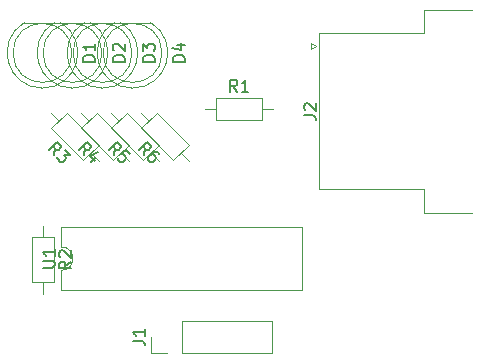
<source format=gbr>
%TF.GenerationSoftware,KiCad,Pcbnew,7.0.5*%
%TF.CreationDate,2024-09-27T00:58:09-04:00*%
%TF.ProjectId,74ls195_for_cnc,37346c73-3139-4355-9f66-6f725f636e63,rev?*%
%TF.SameCoordinates,Original*%
%TF.FileFunction,Legend,Top*%
%TF.FilePolarity,Positive*%
%FSLAX46Y46*%
G04 Gerber Fmt 4.6, Leading zero omitted, Abs format (unit mm)*
G04 Created by KiCad (PCBNEW 7.0.5) date 2024-09-27 00:58:09*
%MOMM*%
%LPD*%
G01*
G04 APERTURE LIST*
%ADD10C,0.150000*%
%ADD11C,0.120000*%
G04 APERTURE END LIST*
D10*
%TO.C,J1*%
X17220709Y11081963D02*
X17934994Y11081963D01*
X17934994Y11081963D02*
X18077851Y11034344D01*
X18077851Y11034344D02*
X18173090Y10939106D01*
X18173090Y10939106D02*
X18220709Y10796249D01*
X18220709Y10796249D02*
X18220709Y10701011D01*
X18220709Y12081963D02*
X18220709Y11510535D01*
X18220709Y11796249D02*
X17220709Y11796249D01*
X17220709Y11796249D02*
X17363566Y11701011D01*
X17363566Y11701011D02*
X17458804Y11605773D01*
X17458804Y11605773D02*
X17506423Y11510535D01*
%TO.C,J2*%
X31720709Y30187183D02*
X32434994Y30187183D01*
X32434994Y30187183D02*
X32577851Y30139564D01*
X32577851Y30139564D02*
X32673090Y30044326D01*
X32673090Y30044326D02*
X32720709Y29901469D01*
X32720709Y29901469D02*
X32720709Y29806231D01*
X31815947Y30615755D02*
X31768328Y30663374D01*
X31768328Y30663374D02*
X31720709Y30758612D01*
X31720709Y30758612D02*
X31720709Y30996707D01*
X31720709Y30996707D02*
X31768328Y31091945D01*
X31768328Y31091945D02*
X31815947Y31139564D01*
X31815947Y31139564D02*
X31911185Y31187183D01*
X31911185Y31187183D02*
X32006423Y31187183D01*
X32006423Y31187183D02*
X32149280Y31139564D01*
X32149280Y31139564D02*
X32720709Y30568136D01*
X32720709Y30568136D02*
X32720709Y31187183D01*
%TO.C,D1*%
X13993118Y34732636D02*
X12993118Y34732636D01*
X12993118Y34732636D02*
X12993118Y34970731D01*
X12993118Y34970731D02*
X13040737Y35113588D01*
X13040737Y35113588D02*
X13135975Y35208826D01*
X13135975Y35208826D02*
X13231213Y35256445D01*
X13231213Y35256445D02*
X13421689Y35304064D01*
X13421689Y35304064D02*
X13564546Y35304064D01*
X13564546Y35304064D02*
X13755022Y35256445D01*
X13755022Y35256445D02*
X13850260Y35208826D01*
X13850260Y35208826D02*
X13945499Y35113588D01*
X13945499Y35113588D02*
X13993118Y34970731D01*
X13993118Y34970731D02*
X13993118Y34732636D01*
X13993118Y36256445D02*
X13993118Y35685017D01*
X13993118Y35970731D02*
X12993118Y35970731D01*
X12993118Y35970731D02*
X13135975Y35875493D01*
X13135975Y35875493D02*
X13231213Y35780255D01*
X13231213Y35780255D02*
X13278832Y35685017D01*
%TO.C,U1*%
X9600709Y17288612D02*
X10410232Y17288612D01*
X10410232Y17288612D02*
X10505470Y17336231D01*
X10505470Y17336231D02*
X10553090Y17383850D01*
X10553090Y17383850D02*
X10600709Y17479088D01*
X10600709Y17479088D02*
X10600709Y17669564D01*
X10600709Y17669564D02*
X10553090Y17764802D01*
X10553090Y17764802D02*
X10505470Y17812421D01*
X10505470Y17812421D02*
X10410232Y17860040D01*
X10410232Y17860040D02*
X9600709Y17860040D01*
X10600709Y18860040D02*
X10600709Y18288612D01*
X10600709Y18574326D02*
X9600709Y18574326D01*
X9600709Y18574326D02*
X9743566Y18479088D01*
X9743566Y18479088D02*
X9838804Y18383850D01*
X9838804Y18383850D02*
X9886423Y18288612D01*
%TO.C,R6*%
X18144711Y26803194D02*
X18245726Y27375613D01*
X17740650Y27207255D02*
X18447757Y27914361D01*
X18447757Y27914361D02*
X18717131Y27644987D01*
X18717131Y27644987D02*
X18750803Y27543972D01*
X18750803Y27543972D02*
X18750803Y27476629D01*
X18750803Y27476629D02*
X18717131Y27375613D01*
X18717131Y27375613D02*
X18616116Y27274598D01*
X18616116Y27274598D02*
X18515100Y27240926D01*
X18515100Y27240926D02*
X18447757Y27240926D01*
X18447757Y27240926D02*
X18346742Y27274598D01*
X18346742Y27274598D02*
X18077368Y27543972D01*
X19457909Y26904209D02*
X19323222Y27038896D01*
X19323222Y27038896D02*
X19222207Y27072568D01*
X19222207Y27072568D02*
X19154864Y27072568D01*
X19154864Y27072568D02*
X18986505Y27038896D01*
X18986505Y27038896D02*
X18818146Y26937881D01*
X18818146Y26937881D02*
X18548772Y26668507D01*
X18548772Y26668507D02*
X18515100Y26567491D01*
X18515100Y26567491D02*
X18515100Y26500148D01*
X18515100Y26500148D02*
X18548772Y26399133D01*
X18548772Y26399133D02*
X18683459Y26264446D01*
X18683459Y26264446D02*
X18784474Y26230774D01*
X18784474Y26230774D02*
X18851818Y26230774D01*
X18851818Y26230774D02*
X18952833Y26264446D01*
X18952833Y26264446D02*
X19121192Y26432804D01*
X19121192Y26432804D02*
X19154864Y26533820D01*
X19154864Y26533820D02*
X19154864Y26601163D01*
X19154864Y26601163D02*
X19121192Y26702178D01*
X19121192Y26702178D02*
X18986505Y26836865D01*
X18986505Y26836865D02*
X18885490Y26870537D01*
X18885490Y26870537D02*
X18818146Y26870537D01*
X18818146Y26870537D02*
X18717131Y26836865D01*
%TO.C,R5*%
X15604711Y26803194D02*
X15705726Y27375613D01*
X15200650Y27207255D02*
X15907757Y27914361D01*
X15907757Y27914361D02*
X16177131Y27644987D01*
X16177131Y27644987D02*
X16210803Y27543972D01*
X16210803Y27543972D02*
X16210803Y27476629D01*
X16210803Y27476629D02*
X16177131Y27375613D01*
X16177131Y27375613D02*
X16076116Y27274598D01*
X16076116Y27274598D02*
X15975100Y27240926D01*
X15975100Y27240926D02*
X15907757Y27240926D01*
X15907757Y27240926D02*
X15806742Y27274598D01*
X15806742Y27274598D02*
X15537368Y27543972D01*
X16951581Y26870537D02*
X16614864Y27207255D01*
X16614864Y27207255D02*
X16244474Y26904209D01*
X16244474Y26904209D02*
X16311818Y26904209D01*
X16311818Y26904209D02*
X16412833Y26870537D01*
X16412833Y26870537D02*
X16581192Y26702178D01*
X16581192Y26702178D02*
X16614864Y26601163D01*
X16614864Y26601163D02*
X16614864Y26533820D01*
X16614864Y26533820D02*
X16581192Y26432804D01*
X16581192Y26432804D02*
X16412833Y26264446D01*
X16412833Y26264446D02*
X16311818Y26230774D01*
X16311818Y26230774D02*
X16244474Y26230774D01*
X16244474Y26230774D02*
X16143459Y26264446D01*
X16143459Y26264446D02*
X15975100Y26432804D01*
X15975100Y26432804D02*
X15941429Y26533820D01*
X15941429Y26533820D02*
X15941429Y26601163D01*
%TO.C,R4*%
X13064711Y26803194D02*
X13165726Y27375613D01*
X12660650Y27207255D02*
X13367757Y27914361D01*
X13367757Y27914361D02*
X13637131Y27644987D01*
X13637131Y27644987D02*
X13670803Y27543972D01*
X13670803Y27543972D02*
X13670803Y27476629D01*
X13670803Y27476629D02*
X13637131Y27375613D01*
X13637131Y27375613D02*
X13536116Y27274598D01*
X13536116Y27274598D02*
X13435100Y27240926D01*
X13435100Y27240926D02*
X13367757Y27240926D01*
X13367757Y27240926D02*
X13266742Y27274598D01*
X13266742Y27274598D02*
X12997368Y27543972D01*
X14142207Y26668507D02*
X13670803Y26197102D01*
X14243222Y27106239D02*
X13569787Y26769522D01*
X13569787Y26769522D02*
X14007520Y26331789D01*
%TO.C,R3*%
X10524711Y26803194D02*
X10625726Y27375613D01*
X10120650Y27207255D02*
X10827757Y27914361D01*
X10827757Y27914361D02*
X11097131Y27644987D01*
X11097131Y27644987D02*
X11130803Y27543972D01*
X11130803Y27543972D02*
X11130803Y27476629D01*
X11130803Y27476629D02*
X11097131Y27375613D01*
X11097131Y27375613D02*
X10996116Y27274598D01*
X10996116Y27274598D02*
X10895100Y27240926D01*
X10895100Y27240926D02*
X10827757Y27240926D01*
X10827757Y27240926D02*
X10726742Y27274598D01*
X10726742Y27274598D02*
X10457368Y27543972D01*
X11467520Y27274598D02*
X11905253Y26836865D01*
X11905253Y26836865D02*
X11400177Y26803194D01*
X11400177Y26803194D02*
X11501192Y26702178D01*
X11501192Y26702178D02*
X11534864Y26601163D01*
X11534864Y26601163D02*
X11534864Y26533820D01*
X11534864Y26533820D02*
X11501192Y26432804D01*
X11501192Y26432804D02*
X11332833Y26264446D01*
X11332833Y26264446D02*
X11231818Y26230774D01*
X11231818Y26230774D02*
X11164474Y26230774D01*
X11164474Y26230774D02*
X11063459Y26264446D01*
X11063459Y26264446D02*
X10861429Y26466476D01*
X10861429Y26466476D02*
X10827757Y26567491D01*
X10827757Y26567491D02*
X10827757Y26634835D01*
%TO.C,R2*%
X11976262Y17787432D02*
X11500071Y17454099D01*
X11976262Y17216004D02*
X10976262Y17216004D01*
X10976262Y17216004D02*
X10976262Y17596956D01*
X10976262Y17596956D02*
X11023881Y17692194D01*
X11023881Y17692194D02*
X11071500Y17739813D01*
X11071500Y17739813D02*
X11166738Y17787432D01*
X11166738Y17787432D02*
X11309595Y17787432D01*
X11309595Y17787432D02*
X11404833Y17739813D01*
X11404833Y17739813D02*
X11452452Y17692194D01*
X11452452Y17692194D02*
X11500071Y17596956D01*
X11500071Y17596956D02*
X11500071Y17216004D01*
X11071500Y18168385D02*
X11023881Y18216004D01*
X11023881Y18216004D02*
X10976262Y18311242D01*
X10976262Y18311242D02*
X10976262Y18549337D01*
X10976262Y18549337D02*
X11023881Y18644575D01*
X11023881Y18644575D02*
X11071500Y18692194D01*
X11071500Y18692194D02*
X11166738Y18739813D01*
X11166738Y18739813D02*
X11261976Y18739813D01*
X11261976Y18739813D02*
X11404833Y18692194D01*
X11404833Y18692194D02*
X11976262Y18120766D01*
X11976262Y18120766D02*
X11976262Y18739813D01*
%TO.C,R1*%
X26054429Y32182643D02*
X25721096Y32658834D01*
X25483001Y32182643D02*
X25483001Y33182643D01*
X25483001Y33182643D02*
X25863953Y33182643D01*
X25863953Y33182643D02*
X25959191Y33135024D01*
X25959191Y33135024D02*
X26006810Y33087405D01*
X26006810Y33087405D02*
X26054429Y32992167D01*
X26054429Y32992167D02*
X26054429Y32849310D01*
X26054429Y32849310D02*
X26006810Y32754072D01*
X26006810Y32754072D02*
X25959191Y32706453D01*
X25959191Y32706453D02*
X25863953Y32658834D01*
X25863953Y32658834D02*
X25483001Y32658834D01*
X27006810Y32182643D02*
X26435382Y32182643D01*
X26721096Y32182643D02*
X26721096Y33182643D01*
X26721096Y33182643D02*
X26625858Y33039786D01*
X26625858Y33039786D02*
X26530620Y32944548D01*
X26530620Y32944548D02*
X26435382Y32896929D01*
%TO.C,D4*%
X21613118Y34732636D02*
X20613118Y34732636D01*
X20613118Y34732636D02*
X20613118Y34970731D01*
X20613118Y34970731D02*
X20660737Y35113588D01*
X20660737Y35113588D02*
X20755975Y35208826D01*
X20755975Y35208826D02*
X20851213Y35256445D01*
X20851213Y35256445D02*
X21041689Y35304064D01*
X21041689Y35304064D02*
X21184546Y35304064D01*
X21184546Y35304064D02*
X21375022Y35256445D01*
X21375022Y35256445D02*
X21470260Y35208826D01*
X21470260Y35208826D02*
X21565499Y35113588D01*
X21565499Y35113588D02*
X21613118Y34970731D01*
X21613118Y34970731D02*
X21613118Y34732636D01*
X20946451Y36161207D02*
X21613118Y36161207D01*
X20565499Y35923112D02*
X21279784Y35685017D01*
X21279784Y35685017D02*
X21279784Y36304064D01*
%TO.C,D3*%
X19073118Y34732636D02*
X18073118Y34732636D01*
X18073118Y34732636D02*
X18073118Y34970731D01*
X18073118Y34970731D02*
X18120737Y35113588D01*
X18120737Y35113588D02*
X18215975Y35208826D01*
X18215975Y35208826D02*
X18311213Y35256445D01*
X18311213Y35256445D02*
X18501689Y35304064D01*
X18501689Y35304064D02*
X18644546Y35304064D01*
X18644546Y35304064D02*
X18835022Y35256445D01*
X18835022Y35256445D02*
X18930260Y35208826D01*
X18930260Y35208826D02*
X19025499Y35113588D01*
X19025499Y35113588D02*
X19073118Y34970731D01*
X19073118Y34970731D02*
X19073118Y34732636D01*
X18073118Y35637398D02*
X18073118Y36256445D01*
X18073118Y36256445D02*
X18454070Y35923112D01*
X18454070Y35923112D02*
X18454070Y36065969D01*
X18454070Y36065969D02*
X18501689Y36161207D01*
X18501689Y36161207D02*
X18549308Y36208826D01*
X18549308Y36208826D02*
X18644546Y36256445D01*
X18644546Y36256445D02*
X18882641Y36256445D01*
X18882641Y36256445D02*
X18977879Y36208826D01*
X18977879Y36208826D02*
X19025499Y36161207D01*
X19025499Y36161207D02*
X19073118Y36065969D01*
X19073118Y36065969D02*
X19073118Y35780255D01*
X19073118Y35780255D02*
X19025499Y35685017D01*
X19025499Y35685017D02*
X18977879Y35637398D01*
%TO.C,D2*%
X16533118Y34732636D02*
X15533118Y34732636D01*
X15533118Y34732636D02*
X15533118Y34970731D01*
X15533118Y34970731D02*
X15580737Y35113588D01*
X15580737Y35113588D02*
X15675975Y35208826D01*
X15675975Y35208826D02*
X15771213Y35256445D01*
X15771213Y35256445D02*
X15961689Y35304064D01*
X15961689Y35304064D02*
X16104546Y35304064D01*
X16104546Y35304064D02*
X16295022Y35256445D01*
X16295022Y35256445D02*
X16390260Y35208826D01*
X16390260Y35208826D02*
X16485499Y35113588D01*
X16485499Y35113588D02*
X16533118Y34970731D01*
X16533118Y34970731D02*
X16533118Y34732636D01*
X15628356Y35685017D02*
X15580737Y35732636D01*
X15580737Y35732636D02*
X15533118Y35827874D01*
X15533118Y35827874D02*
X15533118Y36065969D01*
X15533118Y36065969D02*
X15580737Y36161207D01*
X15580737Y36161207D02*
X15628356Y36208826D01*
X15628356Y36208826D02*
X15723594Y36256445D01*
X15723594Y36256445D02*
X15818832Y36256445D01*
X15818832Y36256445D02*
X15961689Y36208826D01*
X15961689Y36208826D02*
X16533118Y35637398D01*
X16533118Y35637398D02*
X16533118Y36256445D01*
D11*
%TO.C,J1*%
X21365890Y12745297D02*
X29045890Y12745297D01*
X20095890Y10085297D02*
X18765890Y10085297D01*
X29045890Y10085297D02*
X29045890Y12745297D01*
X21365890Y10085297D02*
X21365890Y12745297D01*
X18765890Y10085297D02*
X18765890Y11415297D01*
X21365890Y10085297D02*
X29045890Y10085297D01*
%TO.C,J2*%
X41845890Y23920517D02*
X33005890Y23920517D01*
X32744565Y36060517D02*
X32311552Y35810517D01*
X41845890Y21910517D02*
X41845890Y23920517D01*
X41845890Y37120517D02*
X41845890Y39130517D01*
X33005890Y37120517D02*
X41845890Y37120517D01*
X32311552Y36310517D02*
X32744565Y36060517D01*
X41845890Y39130517D02*
X45945890Y39130517D01*
X45945890Y21910517D02*
X41845890Y21910517D01*
X33005890Y23920517D02*
X33005890Y37120517D01*
X32311552Y35810517D02*
X32311552Y36310517D01*
%TO.C,D1*%
X11123299Y38030731D02*
X8033299Y38030731D01*
X8033469Y38030731D02*
G75*
G03*
X9578761Y32480731I1544830J-2560000D01*
G01*
X9577837Y32480732D02*
G75*
G03*
X11123129Y38030730I462J2989999D01*
G01*
X12078299Y35470731D02*
G75*
G03*
X12078299Y35470731I-2500000J0D01*
G01*
%TO.C,U1*%
X11145890Y20700517D02*
X11145890Y19050517D01*
X11145890Y15400517D02*
X31585890Y15400517D01*
X31585890Y20700517D02*
X11145890Y20700517D01*
X31585890Y15400517D02*
X31585890Y20700517D01*
X11145890Y17050517D02*
X11145890Y15400517D01*
X11145890Y17050517D02*
G75*
G03*
X11145890Y19050517I0J1000000D01*
G01*
%TO.C,R6*%
X19234706Y30372777D02*
X17933630Y29071701D01*
X17933630Y29071701D02*
X20648920Y26356411D01*
X21949996Y27657487D02*
X19234706Y30372777D01*
X17912417Y30393990D02*
X18584168Y29722239D01*
X20648920Y26356411D02*
X21949996Y27657487D01*
X21971210Y26335197D02*
X21299458Y27006949D01*
%TO.C,R5*%
X16694706Y30372777D02*
X15393630Y29071701D01*
X15393630Y29071701D02*
X18108920Y26356411D01*
X19409996Y27657487D02*
X16694706Y30372777D01*
X15372417Y30393990D02*
X16044168Y29722239D01*
X18108920Y26356411D02*
X19409996Y27657487D01*
X19431210Y26335197D02*
X18759458Y27006949D01*
%TO.C,R4*%
X14154706Y30372777D02*
X12853630Y29071701D01*
X12853630Y29071701D02*
X15568920Y26356411D01*
X16869996Y27657487D02*
X14154706Y30372777D01*
X12832417Y30393990D02*
X13504168Y29722239D01*
X15568920Y26356411D02*
X16869996Y27657487D01*
X16891210Y26335197D02*
X16219458Y27006949D01*
%TO.C,R3*%
X14351210Y26335197D02*
X13679458Y27006949D01*
X13028920Y26356411D02*
X14329996Y27657487D01*
X10292417Y30393990D02*
X10964168Y29722239D01*
X14329996Y27657487D02*
X11614706Y30372777D01*
X10313630Y29071701D02*
X13028920Y26356411D01*
X11614706Y30372777D02*
X10313630Y29071701D01*
%TO.C,R2*%
X8681443Y16034099D02*
X10521443Y16034099D01*
X10521443Y16034099D02*
X10521443Y19874099D01*
X8681443Y19874099D02*
X8681443Y16034099D01*
X9601443Y15084099D02*
X9601443Y16034099D01*
X10521443Y19874099D02*
X8681443Y19874099D01*
X9601443Y20824099D02*
X9601443Y19874099D01*
%TO.C,R1*%
X28141096Y29797463D02*
X28141096Y31637463D01*
X28141096Y31637463D02*
X24301096Y31637463D01*
X24301096Y29797463D02*
X28141096Y29797463D01*
X29091096Y30717463D02*
X28141096Y30717463D01*
X24301096Y31637463D02*
X24301096Y29797463D01*
X23351096Y30717463D02*
X24301096Y30717463D01*
%TO.C,D4*%
X18743299Y38030731D02*
X15653299Y38030731D01*
X15653469Y38030731D02*
G75*
G03*
X17198761Y32480731I1544830J-2560000D01*
G01*
X17197837Y32480732D02*
G75*
G03*
X18743129Y38030730I462J2989999D01*
G01*
X19698299Y35470731D02*
G75*
G03*
X19698299Y35470731I-2500000J0D01*
G01*
%TO.C,D3*%
X16203299Y38030731D02*
X13113299Y38030731D01*
X13113469Y38030731D02*
G75*
G03*
X14658761Y32480731I1544830J-2560000D01*
G01*
X14657837Y32480732D02*
G75*
G03*
X16203129Y38030730I462J2989999D01*
G01*
X17158299Y35470731D02*
G75*
G03*
X17158299Y35470731I-2500000J0D01*
G01*
%TO.C,D2*%
X13663299Y38030731D02*
X10573299Y38030731D01*
X10573469Y38030731D02*
G75*
G03*
X12118761Y32480731I1544830J-2560000D01*
G01*
X12117837Y32480732D02*
G75*
G03*
X13663129Y38030730I462J2989999D01*
G01*
X14618299Y35470731D02*
G75*
G03*
X14618299Y35470731I-2500000J0D01*
G01*
%TD*%
M02*

</source>
